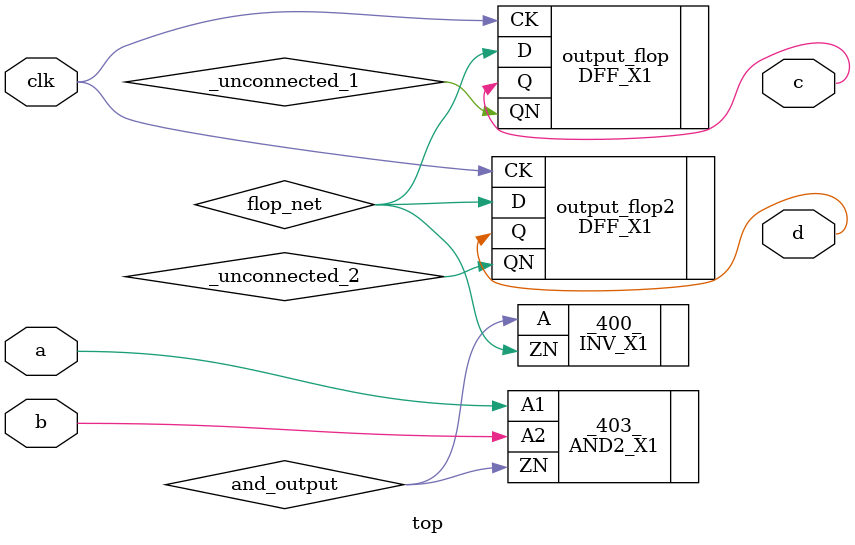
<source format=v>
/* Generated by Yosys 0.9+4052 (git sha1 5c1e6a0e, clang 7.0.1 -fPIC -Os) */

/* This test makes sure that we keep track of any outputs that aren't directly
on the logic cone, but are driven by cell that are. If we were to destroy these
cells we need to make sure any pins they drive are primary outputs in ABC to
preserve correctness.
*/

module top(clk, a, b, c, d);
  input clk;
  input a;
  input b;
  output c;
  output d;
  
  wire flop_net;
  wire and_output;
  wire _unconnected_1;
  wire _unconnected_2;

  AND2_X1 _403_ (
    .A1(a),
    .A2(b),
    .ZN(and_output)
  );

  INV_X1 _400_ (
    .A(and_output),
    .ZN(flop_net)
  );

  DFF_X1 output_flop (
    .CK(clk),
    .D(flop_net),
    .Q(c),
    .QN(_unconnected_1)
  );

  DFF_X1 output_flop2 (
    .CK(clk),
    .D(flop_net),
    .Q(d),
    .QN(_unconnected_2)
  );

endmodule

</source>
